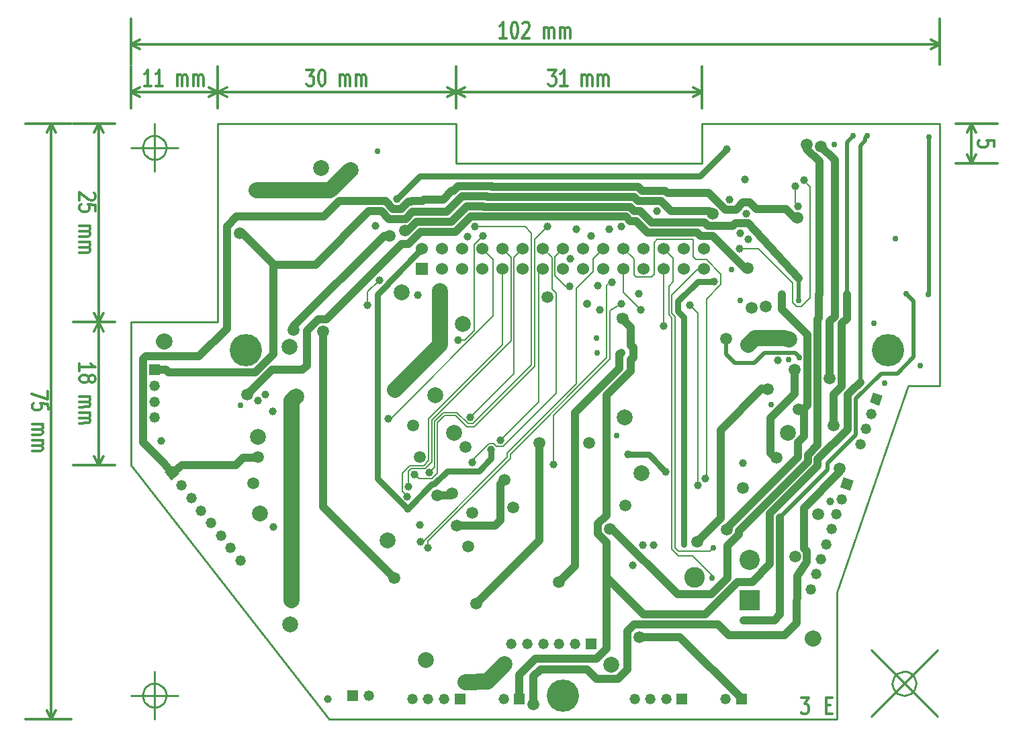
<source format=gbr>
G04 (created by PCBNEW-RS274X (2011-07-20 BZR 3052)-testing) date 2011-07-21 16:28:03*
G01*
G70*
G90*
%MOIN*%
G04 Gerber Fmt 3.4, Leading zero omitted, Abs format*
%FSLAX34Y34*%
G04 APERTURE LIST*
%ADD10C,0.006000*%
%ADD11C,0.012000*%
%ADD12C,0.008700*%
%ADD13C,0.160000*%
%ADD14R,0.052000X0.052000*%
%ADD15C,0.052000*%
%ADD16C,0.060000*%
%ADD17R,0.060000X0.060000*%
%ADD18R,0.100000X0.100000*%
%ADD19C,0.100000*%
%ADD20C,0.078800*%
%ADD21C,0.039400*%
%ADD22C,0.029500*%
%ADD23C,0.059200*%
%ADD24C,0.059100*%
%ADD25C,0.102400*%
%ADD26C,0.078800*%
%ADD27C,0.031500*%
%ADD28C,0.031600*%
%ADD29C,0.008000*%
%ADD30C,0.007900*%
%ADD31C,0.039400*%
%ADD32C,0.019700*%
G04 APERTURE END LIST*
G54D10*
G54D11*
X48298Y-42622D02*
X48498Y-42622D01*
X48584Y-43041D02*
X48298Y-43041D01*
X48298Y-42241D01*
X48584Y-42241D01*
X47046Y-42241D02*
X47417Y-42241D01*
X47217Y-42546D01*
X47303Y-42546D01*
X47360Y-42584D01*
X47389Y-42622D01*
X47417Y-42698D01*
X47417Y-42888D01*
X47389Y-42965D01*
X47360Y-43003D01*
X47303Y-43041D01*
X47131Y-43041D01*
X47074Y-43003D01*
X47046Y-42965D01*
G54D12*
X52363Y-26772D02*
X48819Y-37008D01*
X52756Y-41536D02*
X52744Y-41650D01*
X52711Y-41760D01*
X52657Y-41862D01*
X52584Y-41951D01*
X52495Y-42025D01*
X52394Y-42079D01*
X52284Y-42113D01*
X52170Y-42125D01*
X52056Y-42115D01*
X51945Y-42083D01*
X51843Y-42029D01*
X51754Y-41957D01*
X51680Y-41869D01*
X51624Y-41768D01*
X51589Y-41658D01*
X51577Y-41544D01*
X51586Y-41430D01*
X51618Y-41319D01*
X51671Y-41217D01*
X51742Y-41127D01*
X51830Y-41052D01*
X51930Y-40996D01*
X52040Y-40960D01*
X52154Y-40947D01*
X52268Y-40955D01*
X52379Y-40986D01*
X52482Y-41038D01*
X52572Y-41109D01*
X52648Y-41196D01*
X52704Y-41297D01*
X52741Y-41406D01*
X52755Y-41520D01*
X52756Y-41536D01*
X50513Y-39883D02*
X53819Y-43189D01*
X50513Y-43189D02*
X53819Y-39883D01*
X15551Y-42126D02*
X15539Y-42240D01*
X15506Y-42350D01*
X15452Y-42452D01*
X15379Y-42541D01*
X15290Y-42615D01*
X15189Y-42669D01*
X15079Y-42703D01*
X14965Y-42715D01*
X14851Y-42705D01*
X14740Y-42673D01*
X14638Y-42619D01*
X14549Y-42547D01*
X14475Y-42459D01*
X14419Y-42358D01*
X14384Y-42248D01*
X14372Y-42134D01*
X14381Y-42020D01*
X14413Y-41909D01*
X14466Y-41807D01*
X14537Y-41717D01*
X14625Y-41642D01*
X14725Y-41586D01*
X14835Y-41550D01*
X14949Y-41537D01*
X15063Y-41545D01*
X15174Y-41576D01*
X15277Y-41628D01*
X15367Y-41699D01*
X15443Y-41786D01*
X15499Y-41887D01*
X15536Y-41996D01*
X15550Y-42110D01*
X15551Y-42126D01*
X13780Y-42126D02*
X16142Y-42126D01*
X14961Y-40945D02*
X14961Y-43307D01*
X15551Y-14961D02*
X15539Y-15075D01*
X15506Y-15185D01*
X15452Y-15287D01*
X15379Y-15376D01*
X15290Y-15450D01*
X15189Y-15504D01*
X15079Y-15538D01*
X14965Y-15550D01*
X14851Y-15540D01*
X14740Y-15508D01*
X14638Y-15454D01*
X14549Y-15382D01*
X14475Y-15294D01*
X14419Y-15193D01*
X14384Y-15083D01*
X14372Y-14969D01*
X14381Y-14855D01*
X14413Y-14744D01*
X14466Y-14642D01*
X14537Y-14552D01*
X14625Y-14477D01*
X14725Y-14421D01*
X14835Y-14385D01*
X14949Y-14372D01*
X15063Y-14380D01*
X15174Y-14411D01*
X15277Y-14463D01*
X15367Y-14534D01*
X15443Y-14621D01*
X15499Y-14722D01*
X15536Y-14831D01*
X15550Y-14945D01*
X15551Y-14961D01*
X13780Y-14961D02*
X16142Y-14961D01*
X14961Y-13780D02*
X14961Y-16142D01*
G54D11*
X09677Y-27030D02*
X09678Y-27430D01*
X08878Y-27175D01*
X09679Y-27944D02*
X09678Y-27658D01*
X09297Y-27630D01*
X09335Y-27659D01*
X09374Y-27716D01*
X09374Y-27859D01*
X09336Y-27916D01*
X09298Y-27945D01*
X09222Y-27973D01*
X09032Y-27973D01*
X08955Y-27945D01*
X08917Y-27917D01*
X08879Y-27860D01*
X08879Y-27717D01*
X08916Y-27660D01*
X08954Y-27630D01*
X08880Y-28688D02*
X09414Y-28687D01*
X09337Y-28687D02*
X09375Y-28715D01*
X09414Y-28773D01*
X09415Y-28858D01*
X09376Y-28915D01*
X09300Y-28944D01*
X08881Y-28945D01*
X09300Y-28944D02*
X09376Y-28973D01*
X09415Y-29030D01*
X09415Y-29115D01*
X09376Y-29173D01*
X09300Y-29201D01*
X08881Y-29202D01*
X08882Y-29488D02*
X09416Y-29487D01*
X09339Y-29487D02*
X09377Y-29515D01*
X09416Y-29573D01*
X09416Y-29658D01*
X09377Y-29715D01*
X09301Y-29744D01*
X08882Y-29745D01*
X09301Y-29744D02*
X09377Y-29773D01*
X09416Y-29830D01*
X09416Y-29915D01*
X09377Y-29973D01*
X09302Y-30001D01*
X08883Y-30002D01*
X09844Y-13780D02*
X09844Y-43308D01*
X10827Y-13780D02*
X08564Y-13780D01*
X10827Y-43308D02*
X08564Y-43308D01*
X09844Y-43308D02*
X09614Y-42865D01*
X09844Y-43308D02*
X10074Y-42865D01*
X09844Y-13780D02*
X09614Y-14223D01*
X09844Y-13780D02*
X10074Y-14223D01*
X56627Y-14907D02*
X56627Y-14621D01*
X56246Y-14593D01*
X56284Y-14622D01*
X56322Y-14679D01*
X56322Y-14822D01*
X56284Y-14879D01*
X56246Y-14908D01*
X56170Y-14936D01*
X55980Y-14936D01*
X55903Y-14908D01*
X55865Y-14879D01*
X55827Y-14823D01*
X55827Y-14680D01*
X55865Y-14622D01*
X55903Y-14593D01*
X55511Y-13780D02*
X55511Y-15749D01*
X54725Y-13780D02*
X56791Y-13780D01*
X54725Y-15749D02*
X56791Y-15749D01*
X55511Y-15749D02*
X55281Y-15306D01*
X55511Y-15749D02*
X55741Y-15306D01*
X55511Y-13780D02*
X55281Y-14223D01*
X55511Y-13780D02*
X55741Y-14223D01*
X11240Y-26025D02*
X11239Y-25682D01*
X11240Y-25854D02*
X12040Y-25852D01*
X11926Y-25795D01*
X11850Y-25738D01*
X11811Y-25681D01*
X11698Y-26367D02*
X11736Y-26309D01*
X11774Y-26281D01*
X11850Y-26252D01*
X11888Y-26251D01*
X11964Y-26280D01*
X12003Y-26308D01*
X12041Y-26366D01*
X12041Y-26480D01*
X12003Y-26537D01*
X11965Y-26566D01*
X11889Y-26594D01*
X11851Y-26595D01*
X11775Y-26567D01*
X11736Y-26538D01*
X11698Y-26481D01*
X11698Y-26367D01*
X11660Y-26309D01*
X11621Y-26281D01*
X11545Y-26252D01*
X11393Y-26252D01*
X11316Y-26281D01*
X11279Y-26310D01*
X11241Y-26368D01*
X11241Y-26482D01*
X11279Y-26539D01*
X11317Y-26567D01*
X11394Y-26595D01*
X11546Y-26595D01*
X11622Y-26567D01*
X11660Y-26538D01*
X11698Y-26481D01*
X11242Y-27310D02*
X11776Y-27309D01*
X11699Y-27309D02*
X11737Y-27337D01*
X11776Y-27395D01*
X11777Y-27480D01*
X11738Y-27537D01*
X11662Y-27566D01*
X11243Y-27567D01*
X11662Y-27566D02*
X11738Y-27595D01*
X11777Y-27652D01*
X11777Y-27737D01*
X11738Y-27795D01*
X11662Y-27823D01*
X11243Y-27824D01*
X11244Y-28110D02*
X11778Y-28109D01*
X11701Y-28109D02*
X11739Y-28137D01*
X11778Y-28195D01*
X11778Y-28280D01*
X11739Y-28337D01*
X11663Y-28366D01*
X11244Y-28367D01*
X11663Y-28366D02*
X11739Y-28395D01*
X11778Y-28452D01*
X11778Y-28537D01*
X11739Y-28595D01*
X11664Y-28623D01*
X11245Y-28624D01*
X12206Y-23623D02*
X12206Y-30709D01*
X12993Y-23623D02*
X10926Y-23623D01*
X12993Y-30709D02*
X10926Y-30709D01*
X12206Y-30709D02*
X11976Y-30266D01*
X12206Y-30709D02*
X12436Y-30266D01*
X12206Y-23623D02*
X11976Y-24066D01*
X12206Y-23623D02*
X12436Y-24066D01*
X11963Y-17215D02*
X12001Y-17244D01*
X12040Y-17301D01*
X12040Y-17444D01*
X12002Y-17501D01*
X11964Y-17530D01*
X11888Y-17558D01*
X11812Y-17559D01*
X11697Y-17531D01*
X11239Y-17189D01*
X11240Y-17560D01*
X12041Y-18101D02*
X12040Y-17815D01*
X11659Y-17787D01*
X11697Y-17816D01*
X11736Y-17873D01*
X11736Y-18016D01*
X11698Y-18073D01*
X11660Y-18102D01*
X11584Y-18130D01*
X11394Y-18130D01*
X11317Y-18102D01*
X11279Y-18074D01*
X11241Y-18017D01*
X11241Y-17874D01*
X11278Y-17817D01*
X11316Y-17787D01*
X11242Y-18845D02*
X11776Y-18844D01*
X11699Y-18844D02*
X11737Y-18872D01*
X11776Y-18930D01*
X11777Y-19015D01*
X11738Y-19072D01*
X11662Y-19101D01*
X11243Y-19102D01*
X11662Y-19101D02*
X11738Y-19130D01*
X11777Y-19187D01*
X11777Y-19272D01*
X11738Y-19330D01*
X11662Y-19358D01*
X11243Y-19359D01*
X11244Y-19645D02*
X11778Y-19644D01*
X11701Y-19644D02*
X11739Y-19672D01*
X11778Y-19730D01*
X11778Y-19815D01*
X11739Y-19872D01*
X11663Y-19901D01*
X11244Y-19902D01*
X11663Y-19901D02*
X11739Y-19930D01*
X11778Y-19987D01*
X11778Y-20072D01*
X11739Y-20130D01*
X11664Y-20158D01*
X11245Y-20159D01*
X12206Y-13780D02*
X12206Y-23623D01*
X12993Y-13780D02*
X10926Y-13780D01*
X12993Y-23623D02*
X10926Y-23623D01*
X12206Y-23623D02*
X11976Y-23180D01*
X12206Y-23623D02*
X12436Y-23180D01*
X12206Y-13780D02*
X11976Y-14223D01*
X12206Y-13780D02*
X12436Y-14223D01*
X32430Y-09528D02*
X32087Y-09528D01*
X32259Y-09528D02*
X32259Y-08728D01*
X32202Y-08842D01*
X32144Y-08918D01*
X32087Y-08956D01*
X32801Y-08728D02*
X32858Y-08728D01*
X32915Y-08766D01*
X32944Y-08804D01*
X32973Y-08880D01*
X33001Y-09033D01*
X33001Y-09223D01*
X32973Y-09375D01*
X32944Y-09452D01*
X32915Y-09490D01*
X32858Y-09528D01*
X32801Y-09528D01*
X32744Y-09490D01*
X32715Y-09452D01*
X32687Y-09375D01*
X32658Y-09223D01*
X32658Y-09033D01*
X32687Y-08880D01*
X32715Y-08804D01*
X32744Y-08766D01*
X32801Y-08728D01*
X33229Y-08804D02*
X33258Y-08766D01*
X33315Y-08728D01*
X33458Y-08728D01*
X33515Y-08766D01*
X33544Y-08804D01*
X33572Y-08880D01*
X33572Y-08956D01*
X33544Y-09071D01*
X33201Y-09528D01*
X33572Y-09528D01*
X34286Y-09528D02*
X34286Y-08994D01*
X34286Y-09071D02*
X34314Y-09033D01*
X34372Y-08994D01*
X34457Y-08994D01*
X34514Y-09033D01*
X34543Y-09109D01*
X34543Y-09528D01*
X34543Y-09109D02*
X34572Y-09033D01*
X34629Y-08994D01*
X34714Y-08994D01*
X34772Y-09033D01*
X34800Y-09109D01*
X34800Y-09528D01*
X35086Y-09528D02*
X35086Y-08994D01*
X35086Y-09071D02*
X35114Y-09033D01*
X35172Y-08994D01*
X35257Y-08994D01*
X35314Y-09033D01*
X35343Y-09109D01*
X35343Y-09528D01*
X35343Y-09109D02*
X35372Y-09033D01*
X35429Y-08994D01*
X35514Y-08994D01*
X35572Y-09033D01*
X35600Y-09109D01*
X35600Y-09528D01*
X13780Y-09844D02*
X53937Y-09844D01*
X13780Y-10827D02*
X13780Y-08564D01*
X53937Y-10827D02*
X53937Y-08564D01*
X53937Y-09844D02*
X53494Y-10074D01*
X53937Y-09844D02*
X53494Y-09614D01*
X13780Y-09844D02*
X14223Y-10074D01*
X13780Y-09844D02*
X14223Y-09614D01*
X34511Y-11090D02*
X34882Y-11090D01*
X34682Y-11395D01*
X34768Y-11395D01*
X34825Y-11433D01*
X34854Y-11471D01*
X34882Y-11547D01*
X34882Y-11737D01*
X34854Y-11814D01*
X34825Y-11852D01*
X34768Y-11890D01*
X34596Y-11890D01*
X34539Y-11852D01*
X34511Y-11814D01*
X35453Y-11890D02*
X35110Y-11890D01*
X35282Y-11890D02*
X35282Y-11090D01*
X35225Y-11204D01*
X35167Y-11280D01*
X35110Y-11318D01*
X36167Y-11890D02*
X36167Y-11356D01*
X36167Y-11433D02*
X36195Y-11395D01*
X36253Y-11356D01*
X36338Y-11356D01*
X36395Y-11395D01*
X36424Y-11471D01*
X36424Y-11890D01*
X36424Y-11471D02*
X36453Y-11395D01*
X36510Y-11356D01*
X36595Y-11356D01*
X36653Y-11395D01*
X36681Y-11471D01*
X36681Y-11890D01*
X36967Y-11890D02*
X36967Y-11356D01*
X36967Y-11433D02*
X36995Y-11395D01*
X37053Y-11356D01*
X37138Y-11356D01*
X37195Y-11395D01*
X37224Y-11471D01*
X37224Y-11890D01*
X37224Y-11471D02*
X37253Y-11395D01*
X37310Y-11356D01*
X37395Y-11356D01*
X37453Y-11395D01*
X37481Y-11471D01*
X37481Y-11890D01*
X29922Y-12206D02*
X42126Y-12206D01*
X29922Y-12993D02*
X29922Y-10926D01*
X42126Y-12993D02*
X42126Y-10926D01*
X42126Y-12206D02*
X41683Y-12436D01*
X42126Y-12206D02*
X41683Y-11976D01*
X29922Y-12206D02*
X30365Y-12436D01*
X29922Y-12206D02*
X30365Y-11976D01*
X22503Y-11090D02*
X22874Y-11090D01*
X22674Y-11395D01*
X22760Y-11395D01*
X22817Y-11433D01*
X22846Y-11471D01*
X22874Y-11547D01*
X22874Y-11737D01*
X22846Y-11814D01*
X22817Y-11852D01*
X22760Y-11890D01*
X22588Y-11890D01*
X22531Y-11852D01*
X22503Y-11814D01*
X23245Y-11090D02*
X23302Y-11090D01*
X23359Y-11128D01*
X23388Y-11166D01*
X23417Y-11242D01*
X23445Y-11395D01*
X23445Y-11585D01*
X23417Y-11737D01*
X23388Y-11814D01*
X23359Y-11852D01*
X23302Y-11890D01*
X23245Y-11890D01*
X23188Y-11852D01*
X23159Y-11814D01*
X23131Y-11737D01*
X23102Y-11585D01*
X23102Y-11395D01*
X23131Y-11242D01*
X23159Y-11166D01*
X23188Y-11128D01*
X23245Y-11090D01*
X24159Y-11890D02*
X24159Y-11356D01*
X24159Y-11433D02*
X24187Y-11395D01*
X24245Y-11356D01*
X24330Y-11356D01*
X24387Y-11395D01*
X24416Y-11471D01*
X24416Y-11890D01*
X24416Y-11471D02*
X24445Y-11395D01*
X24502Y-11356D01*
X24587Y-11356D01*
X24645Y-11395D01*
X24673Y-11471D01*
X24673Y-11890D01*
X24959Y-11890D02*
X24959Y-11356D01*
X24959Y-11433D02*
X24987Y-11395D01*
X25045Y-11356D01*
X25130Y-11356D01*
X25187Y-11395D01*
X25216Y-11471D01*
X25216Y-11890D01*
X25216Y-11471D02*
X25245Y-11395D01*
X25302Y-11356D01*
X25387Y-11356D01*
X25445Y-11395D01*
X25473Y-11471D01*
X25473Y-11890D01*
X18111Y-12206D02*
X29922Y-12206D01*
X18111Y-12993D02*
X18111Y-10926D01*
X29922Y-12993D02*
X29922Y-10926D01*
X29922Y-12206D02*
X29479Y-12436D01*
X29922Y-12206D02*
X29479Y-11976D01*
X18111Y-12206D02*
X18554Y-12436D01*
X18111Y-12206D02*
X18554Y-11976D01*
G54D12*
X42126Y-15749D02*
X29922Y-15749D01*
X42126Y-13780D02*
X42126Y-15749D01*
X53937Y-13780D02*
X42126Y-13780D01*
X29922Y-13780D02*
X29922Y-15749D01*
X18111Y-13780D02*
X29922Y-13780D01*
X18111Y-21654D02*
X18111Y-13780D01*
X53937Y-26772D02*
X53937Y-13780D01*
X52363Y-26772D02*
X53937Y-26772D01*
X48819Y-37008D02*
X48819Y-43308D01*
X37796Y-43308D02*
X48819Y-43308D01*
X23623Y-43308D02*
X33859Y-43308D01*
G54D11*
X14803Y-11890D02*
X14460Y-11890D01*
X14632Y-11890D02*
X14632Y-11090D01*
X14575Y-11204D01*
X14517Y-11280D01*
X14460Y-11318D01*
X15374Y-11890D02*
X15031Y-11890D01*
X15203Y-11890D02*
X15203Y-11090D01*
X15146Y-11204D01*
X15088Y-11280D01*
X15031Y-11318D01*
X16088Y-11890D02*
X16088Y-11356D01*
X16088Y-11433D02*
X16116Y-11395D01*
X16174Y-11356D01*
X16259Y-11356D01*
X16316Y-11395D01*
X16345Y-11471D01*
X16345Y-11890D01*
X16345Y-11471D02*
X16374Y-11395D01*
X16431Y-11356D01*
X16516Y-11356D01*
X16574Y-11395D01*
X16602Y-11471D01*
X16602Y-11890D01*
X16888Y-11890D02*
X16888Y-11356D01*
X16888Y-11433D02*
X16916Y-11395D01*
X16974Y-11356D01*
X17059Y-11356D01*
X17116Y-11395D01*
X17145Y-11471D01*
X17145Y-11890D01*
X17145Y-11471D02*
X17174Y-11395D01*
X17231Y-11356D01*
X17316Y-11356D01*
X17374Y-11395D01*
X17402Y-11471D01*
X17402Y-11890D01*
X13780Y-12206D02*
X18111Y-12206D01*
X13780Y-12993D02*
X13780Y-10926D01*
X18111Y-12993D02*
X18111Y-10926D01*
X18111Y-12206D02*
X17668Y-12436D01*
X18111Y-12206D02*
X17668Y-11976D01*
X13780Y-12206D02*
X14223Y-12436D01*
X13780Y-12206D02*
X14223Y-11976D01*
G54D12*
X33859Y-43308D02*
X37796Y-43308D01*
X23623Y-43308D02*
X13780Y-30709D01*
X13780Y-23623D02*
X13780Y-30709D01*
X18111Y-23623D02*
X13780Y-23623D01*
X18111Y-21654D02*
X18111Y-23623D01*
G54D13*
X51378Y-25000D03*
X19489Y-25000D03*
X35237Y-42126D03*
G54D14*
X36614Y-39567D03*
G54D15*
X35827Y-39567D03*
X35039Y-39567D03*
X34253Y-39567D03*
X33465Y-39567D03*
X32678Y-39567D03*
G54D14*
X30118Y-42323D03*
G54D15*
X29330Y-42323D03*
X28544Y-42323D03*
X27756Y-42323D03*
G54D10*
G36*
X50939Y-27757D02*
X50448Y-27588D01*
X50617Y-27097D01*
X51108Y-27266D01*
X50939Y-27757D01*
X50939Y-27757D01*
G37*
G54D15*
X50522Y-28172D03*
X50266Y-28916D03*
X50010Y-29661D03*
G54D14*
X14961Y-25984D03*
G54D15*
X14961Y-26772D03*
X14961Y-27558D03*
X14961Y-28346D03*
G54D14*
X41142Y-42323D03*
G54D15*
X40354Y-42323D03*
X39568Y-42323D03*
X38780Y-42323D03*
G54D14*
X33071Y-42323D03*
G54D15*
X32284Y-42323D03*
G54D14*
X24804Y-42126D03*
G54D15*
X25591Y-42126D03*
G54D14*
X44095Y-42323D03*
G54D15*
X43308Y-42323D03*
G54D16*
X42237Y-20973D03*
X42237Y-19973D03*
X41237Y-19973D03*
X41237Y-20973D03*
G54D17*
X28237Y-20973D03*
G54D16*
X28237Y-19973D03*
X29237Y-20973D03*
X29237Y-19973D03*
X30237Y-20973D03*
X30237Y-19973D03*
X31237Y-20973D03*
X31237Y-19973D03*
X32237Y-20973D03*
X32237Y-19973D03*
X33237Y-20973D03*
X33237Y-19973D03*
X34237Y-20973D03*
X34237Y-19973D03*
X35237Y-20973D03*
X35237Y-19973D03*
X36237Y-20973D03*
X36237Y-19973D03*
X37237Y-20973D03*
X37237Y-19973D03*
X38237Y-20973D03*
X38237Y-19973D03*
X39237Y-20973D03*
X39237Y-19973D03*
X40237Y-20973D03*
X40237Y-19973D03*
G54D18*
X44489Y-37418D03*
G54D19*
X44489Y-35418D03*
G54D10*
G36*
X16189Y-31142D02*
X15779Y-31462D01*
X15459Y-31052D01*
X15869Y-30732D01*
X16189Y-31142D01*
X16189Y-31142D01*
G37*
G54D15*
X16308Y-31717D03*
X16793Y-32337D03*
X17278Y-32958D03*
X17762Y-33578D03*
X18247Y-34199D03*
X18732Y-34819D03*
X19216Y-35439D03*
G54D10*
G36*
X49484Y-31977D02*
X48993Y-31808D01*
X49162Y-31317D01*
X49653Y-31486D01*
X49484Y-31977D01*
X49484Y-31977D01*
G37*
G54D15*
X49067Y-32391D03*
X48810Y-33135D03*
X48554Y-33880D03*
X48298Y-34624D03*
X48042Y-35369D03*
X47785Y-36113D03*
X47529Y-36857D03*
G54D20*
X29135Y-22073D03*
X46447Y-24459D03*
X44427Y-24755D03*
X21755Y-37393D03*
X21982Y-27293D03*
X46388Y-29115D03*
X21674Y-24833D03*
X26883Y-26981D03*
X24693Y-16063D03*
X38281Y-28344D03*
X20024Y-17064D03*
X20207Y-33107D03*
G54D21*
X44154Y-30607D03*
X40341Y-31025D03*
X38465Y-30168D03*
X43377Y-15025D03*
X27005Y-17502D03*
X27512Y-32862D03*
X31674Y-29951D03*
G54D22*
X41244Y-34627D03*
G54D21*
X42738Y-21593D03*
X25545Y-22782D03*
X26132Y-21536D03*
X35602Y-20463D03*
X45906Y-25512D03*
X40237Y-23810D03*
X37678Y-21644D03*
X28512Y-34807D03*
G54D22*
X42705Y-34804D03*
G54D21*
X37077Y-23022D03*
X20478Y-27203D03*
X44444Y-19504D03*
X43492Y-17540D03*
X27510Y-32258D03*
X44038Y-19217D03*
X44338Y-18226D03*
X37538Y-19019D03*
X35905Y-19019D03*
X32129Y-29481D03*
X38145Y-18881D03*
X44277Y-16552D03*
X41930Y-31693D03*
X41530Y-22777D03*
X39095Y-23004D03*
X25935Y-18834D03*
X23550Y-42300D03*
X15300Y-29500D03*
X20099Y-27520D03*
X20827Y-28032D03*
G54D22*
X42623Y-36304D03*
G54D21*
X26567Y-28412D03*
X27557Y-31782D03*
X30639Y-28330D03*
X30715Y-30575D03*
X35561Y-21851D03*
X36963Y-21797D03*
G54D22*
X43583Y-21014D03*
G54D21*
X28164Y-34500D03*
X42284Y-31369D03*
G54D20*
X30394Y-41457D03*
X32344Y-40582D03*
X37638Y-40591D03*
G54D23*
X42659Y-18249D03*
X19192Y-19211D03*
G54D22*
X26034Y-15144D03*
G54D23*
X44396Y-20930D03*
X19578Y-27208D03*
G54D22*
X46939Y-22550D03*
G54D23*
X27379Y-19087D03*
X26625Y-19329D03*
X21873Y-23995D03*
X23337Y-24063D03*
X26854Y-36294D03*
X43354Y-33908D03*
G54D22*
X46095Y-22247D03*
G54D23*
X46934Y-27954D03*
X46861Y-18455D03*
X20109Y-30323D03*
X19853Y-31614D03*
X37559Y-33868D03*
X47344Y-14792D03*
G54D22*
X47948Y-22240D03*
G54D23*
X28137Y-30291D03*
X29002Y-32208D03*
X29715Y-32107D03*
X46747Y-35234D03*
X47891Y-33132D03*
X45827Y-30355D03*
X46718Y-25961D03*
X48476Y-26396D03*
X48038Y-14899D03*
G54D21*
X48504Y-32520D03*
G54D22*
X51191Y-26634D03*
X48701Y-14794D03*
G54D23*
X44171Y-31855D03*
X38337Y-32707D03*
X30407Y-29807D03*
X27791Y-28726D03*
G54D22*
X50327Y-14370D03*
G54D24*
X38199Y-23426D03*
G54D23*
X34459Y-22370D03*
G54D22*
X36437Y-22697D03*
X36428Y-22697D03*
X36418Y-22697D03*
X44026Y-22530D03*
G54D23*
X33777Y-42559D03*
X48965Y-30875D03*
X48662Y-28731D03*
G54D22*
X49633Y-14370D03*
X49313Y-22229D03*
X36929Y-25131D03*
G54D23*
X45286Y-22855D03*
X32760Y-32801D03*
X30522Y-34725D03*
X36530Y-29605D03*
X44587Y-22914D03*
G54D22*
X36910Y-24410D03*
G54D23*
X34056Y-29610D03*
X30941Y-37566D03*
G54D22*
X52953Y-25788D03*
X46949Y-25374D03*
G54D23*
X43336Y-24437D03*
G54D22*
X51723Y-19479D03*
G54D23*
X35045Y-36516D03*
X39021Y-39226D03*
G54D22*
X38119Y-25127D03*
X52274Y-22218D03*
X44203Y-38396D03*
X46437Y-25463D03*
G54D24*
X32323Y-31437D03*
G54D22*
X45561Y-27717D03*
G54D24*
X29960Y-33690D03*
G54D23*
X45394Y-26939D03*
X41882Y-34521D03*
X30732Y-33072D03*
G54D22*
X53348Y-22244D03*
X53401Y-14450D03*
X50650Y-23689D03*
G54D21*
X28034Y-22266D03*
X30479Y-19379D03*
X39886Y-18118D03*
X34454Y-18886D03*
X27878Y-31182D03*
X20853Y-33784D03*
X46902Y-17860D03*
X46759Y-16863D03*
X30860Y-18861D03*
X28595Y-31087D03*
X31276Y-19344D03*
X36615Y-19344D03*
X30039Y-24510D03*
X38121Y-22697D03*
X34753Y-30679D03*
X39009Y-22216D03*
X43999Y-19982D03*
X47180Y-16571D03*
G54D20*
X21693Y-38623D03*
X26536Y-34430D03*
X28908Y-27225D03*
X47638Y-39311D03*
X15463Y-24587D03*
G54D22*
X19233Y-27756D03*
X37904Y-29233D03*
G54D20*
X28420Y-40376D03*
X30262Y-23692D03*
X27224Y-22129D03*
X39144Y-31093D03*
G54D25*
X41770Y-36268D03*
G54D20*
X23238Y-15985D03*
G54D21*
X28124Y-33689D03*
G54D20*
X20089Y-29316D03*
X29833Y-29092D03*
G54D21*
X39203Y-34680D03*
X38683Y-35683D03*
X39727Y-34678D03*
G54D26*
X21755Y-27520D02*
X21982Y-27293D01*
X21755Y-37393D02*
X21755Y-27520D01*
X29135Y-24729D02*
X26883Y-26981D01*
X29135Y-22073D02*
X29135Y-24729D01*
X23674Y-17082D02*
X24693Y-16063D01*
X20042Y-17082D02*
X23674Y-17082D01*
X20024Y-17064D02*
X20042Y-17082D01*
X46204Y-24423D02*
X46447Y-24459D01*
X44759Y-24423D02*
X46204Y-24423D01*
X44427Y-24755D02*
X44759Y-24423D01*
G54D27*
X38465Y-30168D02*
X39484Y-30168D01*
X39484Y-30168D02*
X40341Y-31025D01*
G54D28*
X28122Y-16385D02*
X27005Y-17502D01*
X42017Y-16385D02*
X28122Y-16385D01*
X43377Y-15025D02*
X42017Y-16385D01*
X26552Y-21658D02*
X28237Y-19973D01*
X26552Y-21710D02*
X26552Y-21658D01*
X26027Y-22235D02*
X26552Y-21710D01*
X26027Y-31377D02*
X26027Y-22235D01*
X27512Y-32862D02*
X26027Y-31377D01*
X31674Y-30386D02*
X31674Y-29951D01*
X31065Y-30995D02*
X31674Y-30386D01*
X29487Y-30995D02*
X31065Y-30995D01*
X28830Y-31652D02*
X29487Y-30995D01*
X28722Y-31652D02*
X28830Y-31652D01*
X27512Y-32862D02*
X28722Y-31652D01*
X41923Y-21593D02*
X42738Y-21593D01*
X40927Y-22589D02*
X41923Y-21593D01*
X40927Y-23062D02*
X40927Y-22589D01*
X41244Y-23379D02*
X40927Y-23062D01*
X41244Y-34627D02*
X41244Y-23379D01*
G54D29*
X25545Y-22123D02*
X25545Y-22782D01*
X26132Y-21536D02*
X25545Y-22123D01*
G54D30*
X40237Y-23357D02*
X40237Y-23810D01*
X40237Y-20973D02*
X40237Y-23357D01*
X40237Y-23357D02*
X40237Y-23367D01*
X37405Y-23465D02*
X37405Y-24202D01*
X37405Y-24202D02*
X37406Y-24203D01*
G54D29*
X28512Y-34807D02*
X28512Y-34484D01*
X28512Y-34484D02*
X32613Y-30383D01*
X32613Y-30383D02*
X32613Y-30165D01*
X32613Y-30165D02*
X37406Y-25372D01*
X37406Y-25372D02*
X37406Y-24203D01*
X37405Y-21765D02*
X37678Y-21644D01*
X37405Y-23465D02*
X37405Y-21765D01*
X42537Y-34972D02*
X42705Y-34804D01*
X40965Y-34972D02*
X42537Y-34972D01*
X40789Y-34796D02*
X40965Y-34972D01*
X40789Y-23347D02*
X40789Y-34796D01*
X40628Y-23186D02*
X40789Y-23347D01*
X40628Y-22269D02*
X40628Y-23186D01*
X41924Y-20973D02*
X40628Y-22269D01*
X42237Y-20973D02*
X41924Y-20973D01*
X32237Y-24750D02*
X32237Y-20973D01*
X28574Y-28413D02*
X32237Y-24750D01*
X28574Y-30473D02*
X28574Y-28413D01*
X28319Y-30728D02*
X28574Y-30473D01*
X27622Y-30728D02*
X28319Y-30728D01*
X27254Y-31096D02*
X27622Y-30728D01*
X27254Y-32002D02*
X27254Y-31096D01*
X27510Y-32258D02*
X27254Y-32002D01*
X34022Y-27588D02*
X32129Y-29481D01*
X34022Y-21188D02*
X34022Y-27588D01*
X34237Y-20973D02*
X34022Y-21188D01*
X38237Y-22146D02*
X39095Y-23004D01*
X38237Y-20973D02*
X38237Y-22146D01*
X41934Y-23181D02*
X41930Y-31693D01*
X41530Y-22777D02*
X41934Y-23181D01*
X42623Y-36158D02*
X42623Y-36304D01*
X41655Y-35190D02*
X42623Y-36158D01*
X40977Y-35190D02*
X41655Y-35190D01*
X40644Y-34857D02*
X40977Y-35190D01*
X40644Y-23408D02*
X40644Y-34857D01*
X40483Y-23247D02*
X40644Y-23408D01*
X40483Y-21825D02*
X40483Y-23247D01*
X40707Y-21601D02*
X40483Y-21825D01*
X40707Y-20443D02*
X40707Y-21601D01*
X40237Y-19973D02*
X40707Y-20443D01*
X31771Y-20507D02*
X31237Y-19973D01*
X31771Y-23321D02*
X31771Y-20507D01*
X26680Y-28412D02*
X31771Y-23321D01*
X26567Y-28412D02*
X26680Y-28412D01*
X32662Y-20398D02*
X32237Y-19973D01*
X32662Y-24531D02*
X32662Y-20398D01*
X28719Y-28474D02*
X32662Y-24531D01*
X28719Y-30534D02*
X28719Y-28474D01*
X28380Y-30873D02*
X28719Y-30534D01*
X27697Y-30873D02*
X28380Y-30873D01*
X27557Y-31013D02*
X27697Y-30873D01*
X27557Y-31782D02*
X27557Y-31013D01*
X32807Y-26162D02*
X30639Y-28330D01*
X32807Y-20403D02*
X32807Y-26162D01*
X33237Y-19973D02*
X32807Y-20403D01*
X30715Y-30483D02*
X30715Y-30575D01*
X31549Y-29649D02*
X30715Y-30483D01*
X31800Y-29649D02*
X31549Y-29649D01*
X31935Y-29784D02*
X31800Y-29649D01*
X32253Y-29784D02*
X31935Y-29784D01*
X34896Y-27141D02*
X32253Y-29784D01*
X34896Y-22188D02*
X34896Y-27141D01*
X34681Y-21973D02*
X34896Y-22188D01*
X34681Y-20417D02*
X34681Y-21973D01*
X34237Y-19973D02*
X34681Y-20417D01*
G54D30*
X35561Y-21851D02*
X35378Y-21851D01*
X35378Y-21851D02*
X34831Y-21304D01*
X35237Y-19973D02*
X34831Y-20379D01*
G54D29*
X34831Y-20379D02*
X34831Y-21304D01*
X28290Y-34500D02*
X28164Y-34500D01*
X32468Y-30322D02*
X28290Y-34500D01*
X32468Y-30104D02*
X32468Y-30322D01*
X35907Y-26665D02*
X32468Y-30104D01*
X35907Y-21936D02*
X35907Y-26665D01*
X36744Y-21099D02*
X35907Y-21936D01*
X36744Y-20466D02*
X36744Y-21099D01*
X37237Y-19973D02*
X36744Y-20466D01*
G54D30*
X42350Y-22460D02*
X42350Y-31303D01*
X42350Y-31303D02*
X42284Y-31369D01*
G54D29*
X43076Y-21734D02*
X42350Y-22460D01*
X43076Y-21233D02*
X43076Y-21734D01*
X42356Y-20513D02*
X43076Y-21233D01*
X41835Y-20513D02*
X42356Y-20513D01*
X41679Y-20357D02*
X41835Y-20513D01*
X41679Y-19541D02*
X41679Y-20357D01*
X41657Y-19519D02*
X41679Y-19541D01*
X39895Y-19519D02*
X41657Y-19519D01*
X39747Y-19667D02*
X39895Y-19519D01*
X39747Y-21253D02*
X39747Y-19667D01*
X39621Y-21379D02*
X39747Y-21253D01*
X38862Y-21379D02*
X39621Y-21379D01*
X38748Y-21265D02*
X38862Y-21379D01*
X38748Y-20484D02*
X38748Y-21265D01*
X38237Y-19973D02*
X38748Y-20484D01*
G54D26*
X31483Y-41443D02*
X32344Y-40582D01*
X30394Y-41457D02*
X31483Y-41443D01*
G54D31*
X22954Y-20771D02*
X20905Y-20771D01*
X25607Y-18118D02*
X22954Y-20771D01*
X26220Y-18118D02*
X25607Y-18118D01*
X26594Y-18492D02*
X26220Y-18118D01*
X27417Y-18492D02*
X26594Y-18492D01*
X27768Y-18141D02*
X27417Y-18492D01*
X29478Y-18141D02*
X27768Y-18141D01*
X30243Y-17376D02*
X29478Y-18141D01*
X31478Y-17376D02*
X30243Y-17376D01*
X31498Y-17396D02*
X31478Y-17376D01*
X38763Y-17396D02*
X31498Y-17396D01*
X38958Y-17591D02*
X38763Y-17396D01*
X40092Y-17591D02*
X38958Y-17591D01*
X40591Y-18090D02*
X40092Y-17591D01*
X42500Y-18090D02*
X40591Y-18090D01*
X42659Y-18249D02*
X42500Y-18090D01*
X15651Y-26116D02*
X15519Y-25984D01*
X19946Y-26116D02*
X15651Y-26116D01*
X20861Y-25201D02*
X19946Y-26116D01*
X20861Y-20815D02*
X20861Y-25201D01*
X20905Y-20771D02*
X20861Y-20815D01*
X19345Y-19211D02*
X20905Y-20771D01*
X19192Y-19211D02*
X19345Y-19211D01*
X14961Y-25984D02*
X15519Y-25984D01*
X19578Y-27208D02*
X20808Y-25978D01*
X20808Y-25978D02*
X22311Y-25978D01*
X22311Y-25978D02*
X22513Y-25776D01*
X22513Y-25776D02*
X22513Y-24047D01*
X22513Y-24047D02*
X23091Y-23469D01*
X23091Y-23469D02*
X23495Y-23469D01*
X23495Y-23469D02*
X27224Y-19740D01*
X27224Y-19740D02*
X27571Y-19740D01*
X27571Y-19740D02*
X28170Y-19141D01*
X28170Y-19141D02*
X29880Y-19141D01*
X29880Y-19141D02*
X30655Y-18366D01*
X30655Y-18366D02*
X31066Y-18366D01*
X31066Y-18366D02*
X31086Y-18386D01*
X31086Y-18386D02*
X38351Y-18386D01*
X38351Y-18386D02*
X38569Y-18604D01*
X38569Y-18604D02*
X38861Y-18604D01*
X38861Y-18604D02*
X39437Y-19180D01*
X39437Y-19180D02*
X41894Y-19180D01*
X41894Y-19180D02*
X42052Y-19338D01*
X42052Y-19338D02*
X42655Y-19338D01*
X42655Y-19338D02*
X44247Y-20930D01*
X44247Y-20930D02*
X44396Y-20930D01*
X27379Y-19087D02*
X27523Y-19087D01*
X27523Y-19087D02*
X27974Y-18636D01*
X27974Y-18636D02*
X29684Y-18636D01*
X29684Y-18636D02*
X30449Y-17871D01*
X30449Y-17871D02*
X31272Y-17871D01*
X31272Y-17871D02*
X31292Y-17891D01*
X31292Y-17891D02*
X38557Y-17891D01*
X38557Y-17891D02*
X38775Y-18109D01*
X38775Y-18109D02*
X39067Y-18109D01*
X39067Y-18109D02*
X39643Y-18685D01*
X39643Y-18685D02*
X42255Y-18685D01*
X42255Y-18685D02*
X42413Y-18843D01*
X42413Y-18843D02*
X43670Y-18843D01*
X43670Y-18843D02*
X43792Y-18721D01*
X43792Y-18721D02*
X44425Y-18721D01*
X44425Y-18721D02*
X46915Y-21436D01*
G54D32*
X46915Y-21436D02*
X46939Y-22550D01*
G54D31*
X46095Y-22963D02*
X46095Y-22247D01*
X47374Y-24242D02*
X46095Y-22963D01*
X47374Y-27750D02*
X47374Y-24242D01*
X47170Y-27954D02*
X47374Y-27750D01*
X47170Y-27954D02*
X46934Y-27954D01*
X23337Y-32777D02*
X26854Y-36294D01*
X23337Y-24063D02*
X23337Y-32777D01*
X26625Y-19330D02*
X26625Y-19329D01*
X26363Y-19330D02*
X26625Y-19330D01*
X21873Y-23820D02*
X26363Y-19330D01*
X21873Y-23995D02*
X21873Y-23820D01*
X43354Y-33852D02*
X43354Y-33908D01*
X46886Y-30320D02*
X43354Y-33852D01*
X46886Y-29566D02*
X46886Y-30320D01*
X47192Y-29260D02*
X46886Y-29566D01*
X47192Y-27976D02*
X47192Y-29260D01*
X47170Y-27954D02*
X47192Y-27976D01*
X14402Y-29567D02*
X15438Y-30603D01*
X14402Y-25430D02*
X14402Y-29567D01*
X14516Y-25316D02*
X14402Y-25430D01*
X17163Y-25316D02*
X14516Y-25316D01*
X18554Y-23925D02*
X17163Y-25316D01*
X18554Y-18860D02*
X18554Y-23925D01*
X19041Y-18373D02*
X18554Y-18860D01*
X23363Y-18373D02*
X19041Y-18373D01*
X24113Y-17623D02*
X23363Y-18373D01*
X26426Y-17623D02*
X24113Y-17623D01*
X26800Y-17997D02*
X26426Y-17623D01*
X27211Y-17997D02*
X26800Y-17997D01*
X27562Y-17646D02*
X27211Y-17997D01*
X27686Y-17646D02*
X27562Y-17646D01*
X27725Y-17607D02*
X27686Y-17646D01*
X28247Y-17607D02*
X27725Y-17607D01*
X28320Y-17534D02*
X28247Y-17607D01*
X29293Y-17534D02*
X28320Y-17534D01*
X29708Y-17119D02*
X29293Y-17534D01*
X29799Y-17119D02*
X29708Y-17119D01*
X30037Y-16881D02*
X29799Y-17119D01*
X31684Y-16881D02*
X30037Y-16881D01*
X31704Y-16901D02*
X31684Y-16881D01*
X38969Y-16901D02*
X31704Y-16901D01*
X39164Y-17096D02*
X38969Y-16901D01*
X40298Y-17096D02*
X39164Y-17096D01*
X40414Y-17212D02*
X40298Y-17096D01*
X42464Y-17212D02*
X40414Y-17212D01*
X43287Y-18035D02*
X42464Y-17212D01*
X43827Y-18035D02*
X43287Y-18035D01*
X44173Y-17689D02*
X43827Y-18035D01*
X44502Y-17689D02*
X44173Y-17689D01*
X44829Y-18016D02*
X44502Y-17689D01*
X46292Y-18016D02*
X44829Y-18016D01*
X46697Y-18421D02*
X46292Y-18016D01*
X46705Y-18421D02*
X46697Y-18421D01*
X46739Y-18455D02*
X46705Y-18421D01*
X46861Y-18455D02*
X46739Y-18455D01*
X15824Y-31097D02*
X15438Y-30603D01*
X15824Y-31097D02*
X16318Y-30711D01*
X20079Y-30353D02*
X20109Y-30323D01*
X19359Y-30353D02*
X20079Y-30353D01*
X19001Y-30711D02*
X19359Y-30353D01*
X16318Y-30711D02*
X19001Y-30711D01*
X47948Y-15648D02*
X47948Y-22240D01*
X47947Y-15648D02*
X47948Y-15648D01*
X47344Y-15045D02*
X47947Y-15648D01*
X47344Y-14792D02*
X47344Y-15045D01*
G54D32*
X47945Y-22237D02*
X47948Y-22240D01*
G54D31*
X47945Y-23409D02*
X47945Y-22237D01*
G54D32*
X47869Y-23485D02*
X47945Y-23409D01*
G54D31*
X47869Y-29711D02*
X47869Y-23485D01*
X47381Y-30199D02*
X47869Y-29711D01*
X47381Y-30526D02*
X47381Y-30199D01*
X43948Y-33959D02*
X47381Y-30526D01*
X43948Y-34155D02*
X43948Y-33959D01*
X43405Y-34698D02*
X43948Y-34155D01*
X43405Y-36307D02*
X43405Y-34698D01*
X42593Y-37119D02*
X43405Y-36307D01*
X40926Y-37119D02*
X42593Y-37119D01*
X37675Y-33868D02*
X40926Y-37119D01*
X37559Y-33868D02*
X37675Y-33868D01*
X45827Y-30355D02*
X45749Y-30355D01*
X45513Y-30119D02*
X45513Y-28376D01*
X45749Y-30355D02*
X45513Y-30119D01*
X46718Y-27171D02*
X46718Y-25961D01*
X45513Y-28376D02*
X46718Y-27171D01*
X48476Y-23579D02*
X48476Y-26396D01*
X48719Y-23336D02*
X48476Y-23579D01*
X48719Y-15580D02*
X48719Y-23336D01*
X48038Y-14899D02*
X48719Y-15580D01*
X45513Y-29501D02*
X45513Y-28376D01*
X29614Y-32208D02*
X29002Y-32208D01*
X29715Y-32107D02*
X29614Y-32208D01*
X33071Y-42323D02*
X33071Y-41100D01*
X33071Y-41100D02*
X33876Y-40295D01*
X37393Y-38376D02*
X37393Y-39813D01*
X33876Y-40295D02*
X36911Y-40295D01*
X37393Y-36269D02*
X37393Y-38376D01*
X37393Y-39813D02*
X36911Y-40295D01*
G54D32*
X50227Y-14470D02*
X50327Y-14370D01*
X50227Y-14617D02*
X50227Y-14470D01*
X49986Y-14858D02*
X50227Y-14617D01*
X49986Y-26600D02*
X49986Y-14858D01*
G54D31*
X49567Y-27019D02*
X49986Y-26600D01*
X49567Y-27005D02*
X49567Y-27019D01*
X49350Y-27222D02*
X49567Y-27005D01*
X49350Y-28931D02*
X49350Y-27222D01*
X47876Y-30405D02*
X49350Y-28931D01*
X47876Y-30732D02*
X47876Y-30405D01*
X45506Y-33102D02*
X47876Y-30732D01*
X45506Y-35623D02*
X45506Y-33102D01*
X44618Y-36511D02*
X45506Y-35623D01*
X43903Y-36511D02*
X44618Y-36511D01*
X42302Y-38112D02*
X43903Y-36511D01*
X39236Y-38112D02*
X42302Y-38112D01*
X37602Y-36477D02*
X39236Y-38112D01*
X37393Y-36269D02*
X37602Y-36477D01*
X37393Y-34542D02*
X37393Y-36269D01*
X36965Y-34114D02*
X37393Y-34542D01*
X36965Y-33622D02*
X36965Y-34114D01*
X37393Y-33194D02*
X36965Y-33622D01*
X37393Y-31331D02*
X37393Y-33194D01*
X37407Y-31317D02*
X37393Y-31331D01*
X37407Y-27239D02*
X37407Y-31317D01*
X38604Y-26042D02*
X37407Y-27239D01*
X38604Y-25483D02*
X38604Y-26042D01*
X38713Y-25374D02*
X38604Y-25483D01*
X38713Y-24880D02*
X38713Y-25374D01*
X38604Y-24771D02*
X38713Y-24880D01*
X38604Y-23882D02*
X38604Y-24771D01*
X38098Y-23376D02*
X38604Y-23882D01*
X38199Y-23426D02*
X38098Y-23376D01*
X36290Y-40827D02*
X36417Y-40827D01*
X36417Y-40827D02*
X36890Y-41300D01*
X38421Y-39563D02*
X38421Y-40851D01*
X38421Y-40851D02*
X37972Y-41300D01*
X38849Y-38608D02*
X38755Y-38608D01*
X38416Y-39558D02*
X38421Y-39563D01*
X38416Y-38947D02*
X38416Y-39558D01*
X38755Y-38608D02*
X38416Y-38947D01*
X43458Y-39141D02*
X46234Y-39141D01*
X46822Y-38553D02*
X46822Y-38533D01*
X46234Y-39141D02*
X46822Y-38553D01*
X36428Y-22697D02*
X36418Y-22697D01*
X36890Y-41300D02*
X37972Y-41300D01*
X34121Y-40827D02*
X36290Y-40827D01*
X33777Y-42559D02*
X33777Y-41171D01*
X33777Y-41171D02*
X34121Y-40827D01*
X48662Y-28731D02*
X48656Y-27215D01*
X48656Y-27215D02*
X49072Y-26799D01*
X49072Y-26799D02*
X49072Y-23684D01*
X49072Y-23684D02*
X49313Y-23443D01*
X49313Y-23443D02*
X49313Y-22229D01*
X46822Y-38533D02*
X46851Y-36221D01*
X46851Y-36221D02*
X47341Y-35512D01*
X47341Y-35512D02*
X47341Y-34987D01*
X47341Y-34987D02*
X47183Y-34829D01*
X47183Y-34829D02*
X47183Y-32827D01*
X47183Y-32827D02*
X48965Y-31045D01*
X48965Y-31045D02*
X48965Y-30875D01*
X42932Y-38608D02*
X43458Y-39141D01*
X38849Y-38608D02*
X42932Y-38608D01*
G54D32*
X49313Y-14690D02*
X49633Y-14370D01*
X49313Y-22229D02*
X49313Y-14690D01*
G54D31*
X34056Y-34451D02*
X34056Y-29610D01*
X30941Y-37566D02*
X34056Y-34451D01*
G54D32*
X46981Y-25363D02*
X46949Y-25374D01*
X43336Y-24437D02*
X43336Y-25196D01*
X43336Y-25196D02*
X43765Y-25625D01*
X43765Y-25625D02*
X44740Y-25625D01*
X44740Y-25625D02*
X45236Y-25129D01*
X45236Y-25129D02*
X46747Y-25129D01*
X46747Y-25129D02*
X46981Y-25363D01*
G54D31*
X44127Y-42323D02*
X41030Y-39226D01*
X41030Y-39226D02*
X39021Y-39226D01*
X44095Y-42323D02*
X44127Y-42323D01*
X35045Y-36516D02*
X35842Y-35719D01*
X35842Y-35719D02*
X35842Y-28103D01*
X35842Y-28103D02*
X38028Y-25917D01*
X38028Y-25917D02*
X38028Y-25218D01*
X38028Y-25218D02*
X38119Y-25127D01*
X44203Y-38396D02*
X45727Y-38396D01*
X45727Y-38396D02*
X46001Y-38122D01*
X46001Y-33308D02*
X46001Y-38122D01*
G54D32*
X48371Y-30938D02*
X46001Y-33308D01*
X48371Y-30612D02*
X48371Y-30938D01*
X49767Y-29216D02*
X48371Y-30612D01*
X49767Y-27413D02*
X49767Y-29216D01*
X51014Y-26166D02*
X49767Y-27413D01*
X51816Y-26166D02*
X51014Y-26166D01*
X52630Y-25352D02*
X51816Y-26166D01*
X52630Y-22574D02*
X52630Y-25352D01*
X52274Y-22218D02*
X52630Y-22574D01*
G54D31*
X29960Y-33690D02*
X31872Y-33690D01*
X31872Y-33690D02*
X32136Y-33426D01*
X32136Y-33426D02*
X32136Y-31624D01*
X32136Y-31624D02*
X32323Y-31437D01*
X45394Y-26939D02*
X45100Y-26929D01*
X45109Y-26939D02*
X45109Y-26920D01*
X45109Y-26938D02*
X45109Y-26939D01*
X45100Y-26929D02*
X45109Y-26938D01*
X45109Y-26920D02*
X43068Y-28961D01*
X43068Y-28961D02*
X43068Y-33335D01*
X43068Y-33335D02*
X41882Y-34521D01*
G54D32*
X53401Y-22191D02*
X53401Y-14450D01*
X53348Y-22244D02*
X53401Y-22191D01*
G54D29*
X33822Y-19518D02*
X34454Y-18886D01*
X33822Y-25800D02*
X33822Y-19518D01*
X30832Y-28790D02*
X33822Y-25800D01*
X30456Y-28790D02*
X30832Y-28790D01*
X29907Y-28241D02*
X30456Y-28790D01*
X29364Y-28241D02*
X29907Y-28241D01*
X29009Y-28596D02*
X29364Y-28241D01*
X29009Y-31101D02*
X29009Y-28596D01*
X28721Y-31389D02*
X29009Y-31101D01*
X28085Y-31389D02*
X28721Y-31389D01*
X27878Y-31182D02*
X28085Y-31389D01*
X46759Y-17717D02*
X46759Y-16863D01*
X46902Y-17860D02*
X46759Y-17717D01*
X33348Y-18861D02*
X30860Y-18861D01*
X33677Y-19190D02*
X33348Y-18861D01*
X33677Y-25739D02*
X33677Y-19190D01*
X30771Y-28645D02*
X33677Y-25739D01*
X30517Y-28645D02*
X30771Y-28645D01*
X29968Y-28096D02*
X30517Y-28645D01*
X29303Y-28096D02*
X29968Y-28096D01*
X28864Y-28535D02*
X29303Y-28096D01*
X28864Y-30818D02*
X28864Y-28535D01*
X28595Y-31087D02*
X28864Y-30818D01*
G54D30*
X30831Y-22205D02*
X30831Y-24056D01*
G54D29*
X31276Y-19344D02*
X30831Y-19789D01*
X30831Y-19789D02*
X30831Y-22205D01*
G54D30*
X30370Y-24517D02*
X30370Y-24510D01*
X30831Y-24056D02*
X30370Y-24517D01*
G54D29*
X30376Y-24510D02*
X30370Y-24510D01*
X30370Y-24510D02*
X30039Y-24510D01*
G54D30*
X37550Y-23278D02*
X37550Y-24519D01*
X37550Y-24519D02*
X37551Y-24520D01*
X37551Y-24520D02*
X37551Y-25433D01*
G54D29*
X34753Y-30679D02*
X34753Y-28231D01*
X34753Y-28231D02*
X37551Y-25433D01*
X37550Y-23278D02*
X37550Y-23029D01*
X37550Y-23029D02*
X38121Y-22697D01*
G54D30*
X47511Y-22304D02*
X47511Y-22391D01*
X46821Y-22835D02*
X46613Y-22627D01*
X47067Y-22835D02*
X46821Y-22835D01*
X47511Y-22391D02*
X47067Y-22835D01*
G54D29*
X44926Y-19982D02*
X43999Y-19982D01*
X46613Y-21669D02*
X44926Y-19982D01*
X46613Y-22627D02*
X46613Y-21669D01*
X47511Y-16902D02*
X47511Y-22304D01*
X47180Y-16571D02*
X47511Y-16902D01*
G54D27*
X28996Y-27313D02*
X28997Y-27313D01*
X28908Y-27225D02*
X28996Y-27313D01*
G54D26*
X47638Y-39311D02*
X47678Y-39311D01*
X15434Y-24577D02*
X15453Y-24577D01*
X15453Y-24577D02*
X15463Y-24587D01*
M02*

</source>
